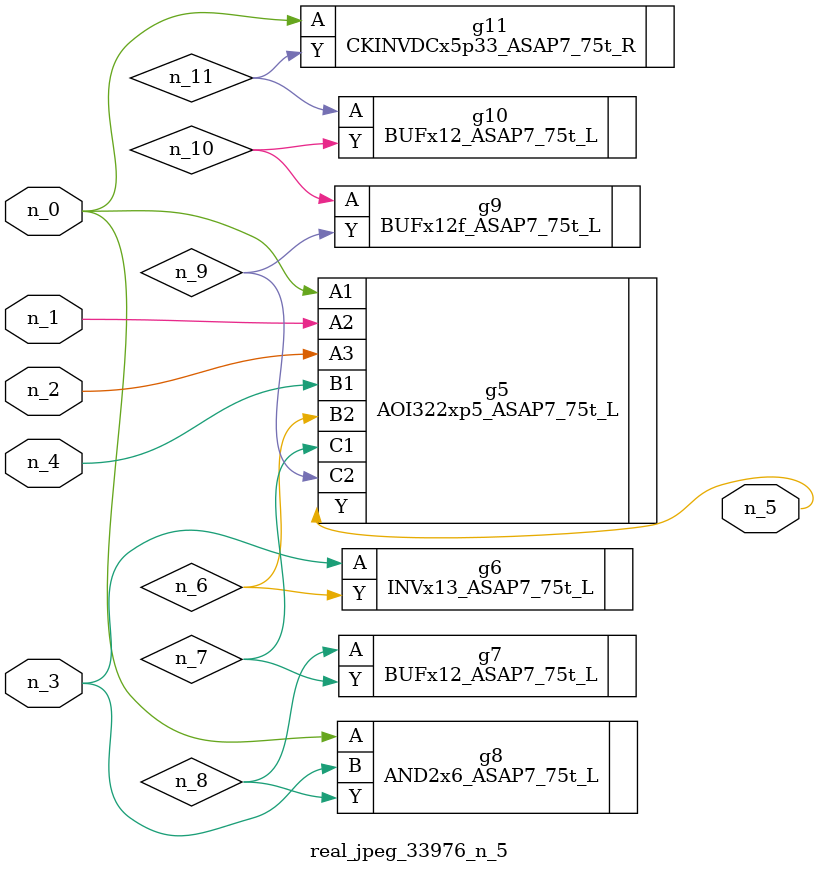
<source format=v>
module real_jpeg_33976_n_5 (n_4, n_0, n_1, n_2, n_3, n_5);

input n_4;
input n_0;
input n_1;
input n_2;
input n_3;

output n_5;

wire n_8;
wire n_11;
wire n_6;
wire n_7;
wire n_10;
wire n_9;

AOI322xp5_ASAP7_75t_L g5 ( 
.A1(n_0),
.A2(n_1),
.A3(n_2),
.B1(n_4),
.B2(n_6),
.C1(n_7),
.C2(n_9),
.Y(n_5)
);

AND2x6_ASAP7_75t_L g8 ( 
.A(n_0),
.B(n_3),
.Y(n_8)
);

CKINVDCx5p33_ASAP7_75t_R g11 ( 
.A(n_0),
.Y(n_11)
);

INVx13_ASAP7_75t_L g6 ( 
.A(n_3),
.Y(n_6)
);

BUFx12_ASAP7_75t_L g7 ( 
.A(n_8),
.Y(n_7)
);

BUFx12f_ASAP7_75t_L g9 ( 
.A(n_10),
.Y(n_9)
);

BUFx12_ASAP7_75t_L g10 ( 
.A(n_11),
.Y(n_10)
);


endmodule
</source>
